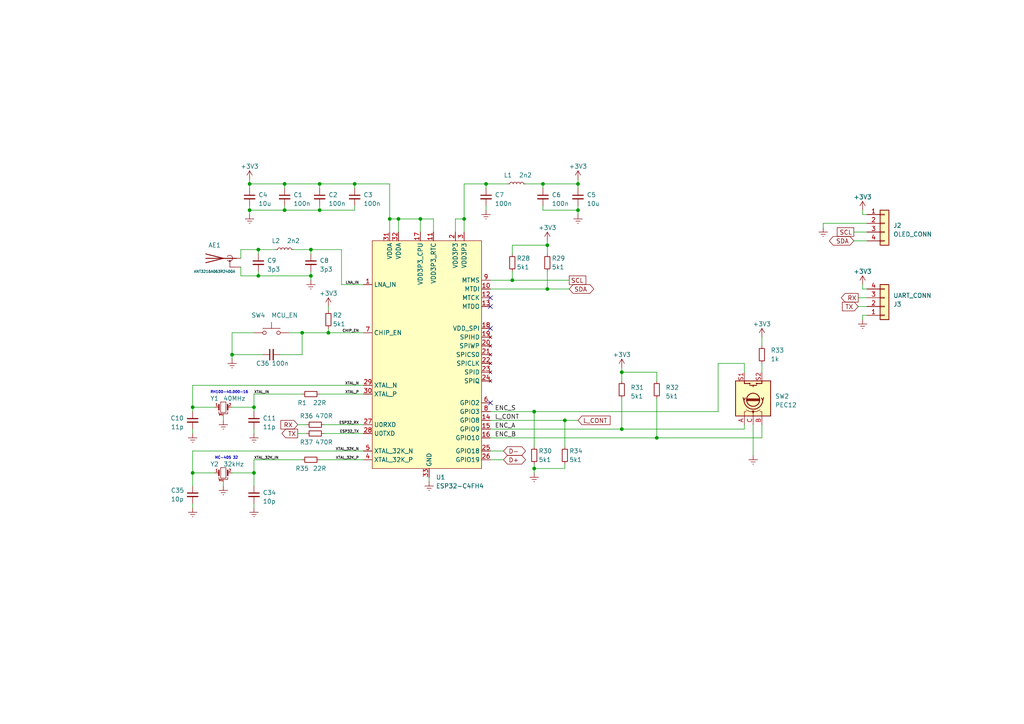
<source format=kicad_sch>
(kicad_sch (version 20230121) (generator eeschema)
  (paper "A4")
  (title_block (title "Aitken - MCU") (date "2023-10-29") (rev "0.1") (company "b1u3-22"))
  (lib_symbols
    (symbol "Connector_Generic:Conn_01x04" (pin_names (offset 1.016) hide)
      (property "Reference" "J" (at 0 5.08 0))
      (property "Value" "Conn_01x04" (at 0 -7.62 0))
      (symbol "Conn_01x04_1_1"
        (rectangle (start -1.27 -4.953) (end 0 -5.207) (stroke (width 0.1524)))
        (rectangle (start -1.27 -2.413) (end 0 -2.667) (stroke (width 0.1524)))
        (rectangle (start -1.27 0.127) (end 0 -0.127) (stroke (width 0.1524)))
        (rectangle (start -1.27 2.667) (end 0 2.413) (stroke (width 0.1524)))
        (rectangle (start -1.27 3.81) (end 1.27 -6.35) (stroke (width 0.254)) (fill (type background)))
        (pin passive line (at -5.08 2.54 0) (length 3.81) (name "Pin_1") (number "1"))
        (pin passive line (at -5.08 0 0) (length 3.81) (name "Pin_2") (number "2"))
        (pin passive line (at -5.08 -2.54 0) (length 3.81) (name "Pin_3") (number "3"))
        (pin passive line (at -5.08 -5.08 0) (length 3.81) (name "Pin_4") (number "4"))
      )
    )
    (symbol "Device:Antenna_Shield" (pin_numbers hide) (pin_names (offset 1.016) hide)
      (property "Reference" "AE" (at -1.905 4.445 0))
      (property "Value" "Antenna_Shield" (at -1.905 2.54 0))
      (symbol "Antenna_Shield_0_1"
        (arc (start -0.508 -1.143) (mid -0.8429 -2.1194) (end 0 -2.667))
        (arc (start 0 -2.667) (mid 0.7989 -2.1052) (end 0.508 -1.143))
        (polyline (pts (xy 0 -2.54) (xy 0 0)))
        (polyline (pts (xy 0 5.08) (xy 0 -3.81)) (stroke (width 0.254)))
        (polyline (pts (xy 0.762 -1.905) (xy 2.54 -1.905)))
        (polyline (pts (xy 2.54 -2.54) (xy 2.54 -1.905)))
        (polyline (pts (xy 1.27 5.08) (xy 0 0) (xy -1.27 5.08)) (stroke (width 0.254)))
        (circle (center 0.762 -1.905) (radius 0.1778) (fill (type outline)))
      )
      (symbol "Antenna_Shield_1_1"
        (pin input line (at 0 -5.08 90) (length 2.54) (name "A") (number "1"))
        (pin input line (at 2.54 -5.08 90) (length 2.54) (name "Shield") (number "2"))
      )
    )
    (symbol "Device:C_Small" (pin_numbers hide) (pin_names (offset 0.254) hide)
      (property "Reference" "C" (at 0.254 1.778 0))
      (property "Value" "C_Small" (at 0.254 -2.032 0))
      (symbol "C_Small_0_1"
        (polyline (pts (xy -1.524 -0.508) (xy 1.524 -0.508)) (stroke (width 0.3302)))
        (polyline (pts (xy -1.524 0.508) (xy 1.524 0.508)) (stroke (width 0.3048)))
      )
      (symbol "C_Small_1_1"
        (pin passive line (at 0 2.54 270) (length 2.032) (name "~") (number "1"))
        (pin passive line (at 0 -2.54 90) (length 2.032) (name "~") (number "2"))
      )
    )
    (symbol "Device:Crystal_GND3_Small" (pin_names (offset 1.016) hide)
      (property "Reference" "Y" (at 0 5.08 0))
      (property "Value" "Crystal_GND3_Small" (at 0 3.175 0))
      (symbol "Crystal_GND3_Small_0_1"
        (rectangle (start -0.762 -1.524) (end 0.762 1.524))
        (polyline (pts (xy -1.27 -0.762) (xy -1.27 0.762)) (stroke (width 0.381)))
        (polyline (pts (xy 1.27 -0.762) (xy 1.27 0.762)) (stroke (width 0.381)))
        (polyline (pts (xy -1.27 -1.27) (xy -1.27 -1.905) (xy 1.27 -1.905) (xy 1.27 -1.27)))
      )
      (symbol "Crystal_GND3_Small_1_1"
        (pin passive line (at -2.54 0 0) (length 1.27) (name "1") (number "1"))
        (pin passive line (at 2.54 0 180) (length 1.27) (name "2") (number "2"))
        (pin passive line (at 0 -2.54 90) (length 0.635) (name "3") (number "3"))
      )
    )
    (symbol "Device:L_Small" (pin_numbers hide) (pin_names (offset 0.254) hide)
      (property "Reference" "L" (at 0.762 1.016 0))
      (property "Value" "L_Small" (at 0.762 -1.016 0))
      (symbol "L_Small_0_1"
        (arc (start 0 -2.032) (mid 0.5058 -1.524) (end 0 -1.016))
        (arc (start 0 -1.016) (mid 0.5058 -0.508) (end 0 0))
        (arc (start 0 0) (mid 0.5058 0.508) (end 0 1.016))
        (arc (start 0 1.016) (mid 0.5058 1.524) (end 0 2.032))
      )
      (symbol "L_Small_1_1"
        (pin passive line (at 0 2.54 270) (length 0.508) (name "~") (number "1"))
        (pin passive line (at 0 -2.54 90) (length 0.508) (name "~") (number "2"))
      )
    )
    (symbol "Device:R_Small" (pin_numbers hide) (pin_names (offset 0.254) hide)
      (property "Reference" "R" (at 0.762 0.508 0))
      (property "Value" "R_Small" (at 0.762 -1.016 0))
      (symbol "R_Small_0_1"
        (rectangle (start -0.762 1.778) (end 0.762 -1.778) (stroke (width 0.2032)))
      )
      (symbol "R_Small_1_1"
        (pin passive line (at 0 2.54 270) (length 0.762) (name "~") (number "1"))
        (pin passive line (at 0 -2.54 90) (length 0.762) (name "~") (number "2"))
      )
    )
    (symbol "Device:RotaryEncoder_Switch" (pin_names (offset 0.254) hide)
      (property "Reference" "SW" (at 0 6.604 0))
      (property "Value" "RotaryEncoder_Switch" (at 0 -6.604 0))
      (symbol "RotaryEncoder_Switch_0_1"
        (rectangle (start -5.08 5.08) (end 5.08 -5.08) (stroke (width 0.254)) (fill (type background)))
        (circle (center -3.81 0) (radius 0.254) (fill (type outline)))
        (circle (center -0.381 0) (radius 1.905) (stroke (width 0.254)))
        (arc (start -0.381 2.667) (mid -3.0988 -0.0635) (end -0.381 -2.794) (stroke (width 0.254)))
        (polyline (pts (xy -0.635 -1.778) (xy -0.635 1.778)) (stroke (width 0.254)))
        (polyline (pts (xy -0.381 -1.778) (xy -0.381 1.778)) (stroke (width 0.254)))
        (polyline (pts (xy -0.127 1.778) (xy -0.127 -1.778)) (stroke (width 0.254)))
        (polyline (pts (xy 3.81 0) (xy 3.429 0)) (stroke (width 0.254)))
        (polyline (pts (xy 3.81 1.016) (xy 3.81 -1.016)) (stroke (width 0.254)))
        (polyline (pts (xy -5.08 -2.54) (xy -3.81 -2.54) (xy -3.81 -2.032)))
        (polyline (pts (xy -5.08 2.54) (xy -3.81 2.54) (xy -3.81 2.032)))
        (polyline (pts (xy 0.254 -3.048) (xy -0.508 -2.794) (xy 0.127 -2.413)) (stroke (width 0.254)))
        (polyline (pts (xy 0.254 2.921) (xy -0.508 2.667) (xy 0.127 2.286)) (stroke (width 0.254)))
        (polyline (pts (xy 5.08 -2.54) (xy 4.318 -2.54) (xy 4.318 -1.016)) (stroke (width 0.254)))
        (polyline (pts (xy 5.08 2.54) (xy 4.318 2.54) (xy 4.318 1.016)) (stroke (width 0.254)))
        (polyline (pts (xy -5.08 0) (xy -3.81 0) (xy -3.81 -1.016) (xy -3.302 -2.032)))
        (polyline (pts (xy -4.318 0) (xy -3.81 0) (xy -3.81 1.016) (xy -3.302 2.032)))
        (circle (center 4.318 -1.016) (radius 0.127) (stroke (width 0.254)))
        (circle (center 4.318 1.016) (radius 0.127) (stroke (width 0.254)))
      )
      (symbol "RotaryEncoder_Switch_1_1"
        (pin passive line (at -7.62 2.54 0) (length 2.54) (name "A") (number "A"))
        (pin passive line (at -7.62 -2.54 0) (length 2.54) (name "B") (number "B"))
        (pin passive line (at -7.62 0 0) (length 2.54) (name "C") (number "C"))
        (pin passive line (at 7.62 2.54 180) (length 2.54) (name "S1") (number "S1"))
        (pin passive line (at 7.62 -2.54 180) (length 2.54) (name "S2") (number "S2"))
      )
    )
    (symbol "MCU_ESP:ESP32-C3FH4"
      (property "Reference" "U" (at 30.48 -27.94 0))
      (property "Value" "ESP32-C4FH4" (at 5.08 -27.94 0))
      (symbol "ESP32-C3FH4_1_1"
        (rectangle (start -1.27 39.37) (end 30.48 -26.67) (fill (type background)))
        (pin passive line (at -3.81 26.67 0) (length 2.54) (name "LNA_IN") (number "1"))
        (pin bidirectional line (at 33.02 25.4 180) (length 2.54) (name "MTDI") (number "10"))
        (pin power_in line (at 16.51 41.91 270) (length 2.54) (name "VDD3P3_RTC") (number "11"))
        (pin bidirectional line (at 33.02 22.86 180) (length 2.54) (name "MTCK") (number "12"))
        (pin bidirectional line (at 33.02 20.32 180) (length 2.54) (name "MTDO") (number "13"))
        (pin bidirectional line (at 33.02 -12.7 180) (length 2.54) (name "GPIO8") (number "14"))
        (pin bidirectional line (at 33.02 -15.24 180) (length 2.54) (name "GPIO9") (number "15"))
        (pin bidirectional line (at 33.02 -17.78 180) (length 2.54) (name "GPIO10") (number "16"))
        (pin power_in line (at 12.7 41.91 270) (length 2.54) (name "VDD3P3_CPU") (number "17"))
        (pin input line (at 33.02 13.97 180) (length 2.54) (name "VDD_SPI") (number "18"))
        (pin no_connect line (at 33.02 11.43 180) (length 2.54) (name "SPIHD") (number "19"))
        (pin power_in line (at 22.86 41.91 270) (length 2.54) (name "VDD3P3") (number "2"))
        (pin no_connect line (at 33.02 8.89 180) (length 2.54) (name "SPIWP") (number "20"))
        (pin no_connect line (at 33.02 6.35 180) (length 2.54) (name "SPICS0") (number "21"))
        (pin no_connect line (at 33.02 3.81 180) (length 2.54) (name "SPICLK") (number "22"))
        (pin no_connect line (at 33.02 1.27 180) (length 2.54) (name "SPID") (number "23"))
        (pin no_connect line (at 33.02 -1.27 180) (length 2.54) (name "SPIQ") (number "24"))
        (pin bidirectional line (at 33.02 -21.59 180) (length 2.54) (name "GPIO18") (number "25"))
        (pin bidirectional line (at 33.02 -24.13 180) (length 2.54) (name "GPIO19") (number "26"))
        (pin bidirectional line (at -3.81 -13.97 0) (length 2.54) (name "U0RXD") (number "27"))
        (pin bidirectional line (at -3.81 -16.51 0) (length 2.54) (name "U0TXD") (number "28"))
        (pin passive line (at -3.81 -2.54 0) (length 2.54) (name "XTAL_N") (number "29"))
        (pin power_in line (at 25.4 41.91 270) (length 2.54) (name "VDD3P3") (number "3"))
        (pin passive line (at -3.81 -5.08 0) (length 2.54) (name "XTAL_P") (number "30"))
        (pin power_in line (at 3.81 41.91 270) (length 2.54) (name "VDDA") (number "31"))
        (pin power_in line (at 6.35 41.91 270) (length 2.54) (name "VDDA") (number "32"))
        (pin passive line (at 15.24 -29.21 90) (length 2.54) (name "GND") (number "33"))
        (pin input line (at -3.81 -24.13 0) (length 2.54) (name "XTAL_32K_P") (number "4"))
        (pin input line (at -3.81 -21.59 0) (length 2.54) (name "XTAL_32K_N") (number "5"))
        (pin bidirectional line (at 33.02 -7.62 180) (length 2.54) (name "GPIO2") (number "6"))
        (pin input line (at -3.81 12.7 0) (length 2.54) (name "CHIP_EN") (number "7"))
        (pin bidirectional line (at 33.02 -10.16 180) (length 2.54) (name "GPIO3") (number "8"))
        (pin bidirectional line (at 33.02 27.94 180) (length 2.54) (name "MTMS") (number "9"))
      )
    )
    (symbol "Switch:SW_Push" (pin_numbers hide) (pin_names (offset 1.016) hide)
      (property "Reference" "SW" (at 1.27 2.54 0))
      (property "Value" "SW_Push" (at 0 -1.524 0))
      (symbol "SW_Push_0_1"
        (circle (center -2.032 0) (radius 0.508))
        (polyline (pts (xy 0 1.27) (xy 0 3.048)))
        (polyline (pts (xy 2.54 1.27) (xy -2.54 1.27)))
        (circle (center 2.032 0) (radius 0.508))
        (pin passive line (at -5.08 0 0) (length 2.54) (name "1") (number "1"))
        (pin passive line (at 5.08 0 180) (length 2.54) (name "2") (number "2"))
      )
    )
    (symbol "power:+3V3" (power) (pin_names (offset 0))
      (property "Value" "+3V3" (at 0 3.556 0))
      (symbol "+3V3_0_1"
        (polyline (pts (xy -0.762 1.27) (xy 0 2.54)))
        (polyline (pts (xy 0 0) (xy 0 2.54)))
        (polyline (pts (xy 0 2.54) (xy 0.762 1.27)))
      )
      (symbol "+3V3_1_1"
        (pin power_in line (at 0 0 90) (length 0) hide (name "+3V3") (number "1"))
      )
    )
    (symbol "power:Earth" (power) (pin_names (offset 0))
      (symbol "Earth_0_1"
        (polyline (pts (xy -0.635 -1.905) (xy 0.635 -1.905)))
        (polyline (pts (xy -0.127 -2.54) (xy 0.127 -2.54)))
        (polyline (pts (xy 0 -1.27) (xy 0 0)))
        (polyline (pts (xy 1.27 -1.27) (xy -1.27 -1.27)))
      )
      (symbol "Earth_1_1"
        (pin power_in line (at 0 0 270) (length 0) hide (name "Earth") (number "1"))
      )
    )
  )
  (junction (at 82.55 60.96))
  (junction (at 148.59 81.28))
  (junction (at 163.83 121.92))
  (junction (at 180.34 124.46))
  (junction (at 67.31 102.87))
  (junction (at 157.48 53.34))
  (junction (at 74.93 72.39))
  (junction (at 92.71 53.34))
  (junction (at 90.17 80.01))
  (junction (at 95.25 96.52))
  (junction (at 115.57 63.5))
  (junction (at 154.94 135.89))
  (junction (at 73.66 118.11))
  (junction (at 121.92 63.5))
  (junction (at 158.75 71.12))
  (junction (at 180.34 107.95))
  (junction (at 72.39 60.96))
  (junction (at 167.64 53.34))
  (junction (at 55.88 118.11))
  (junction (at 90.17 72.39))
  (junction (at 140.97 53.34))
  (junction (at 74.93 80.01))
  (junction (at 55.88 137.16))
  (junction (at 158.75 83.82))
  (junction (at 190.5 127))
  (junction (at 167.64 60.96))
  (junction (at 82.55 53.34))
  (junction (at 72.39 53.34))
  (junction (at 87.63 96.52))
  (junction (at 102.87 53.34))
  (junction (at 113.03 63.5))
  (junction (at 73.66 137.16))
  (junction (at 134.62 63.5))
  (junction (at 92.71 60.96))
  (junction (at 154.94 119.38))
  (no_connect (at 142.24 95.25))
  (no_connect (at 142.24 88.9))
  (no_connect (at 142.24 116.84))
  (no_connect (at 142.24 86.36))
  (wire (pts (xy 134.62 53.34) (xy 134.62 63.5)))
  (wire (pts (xy 82.55 60.96) (xy 92.71 60.96)))
  (wire (pts (xy 190.5 107.95) (xy 190.5 110.49)))
  (wire (pts (xy 95.25 95.25) (xy 95.25 96.52)))
  (wire (pts (xy 154.94 135.89) (xy 154.94 137.16)))
  (wire (pts (xy 67.31 118.11) (xy 73.66 118.11)))
  (wire (pts (xy 180.34 107.95) (xy 180.34 110.49)))
  (wire (pts (xy 55.88 118.11) (xy 55.88 119.38)))
  (wire (pts (xy 142.24 127) (xy 190.5 127)))
  (wire (pts (xy 80.01 72.39) (xy 74.93 72.39)))
  (wire (pts (xy 73.66 118.11) (xy 73.66 114.3)))
  (wire (pts (xy 250.19 91.44) (xy 251.46 91.44)))
  (wire (pts (xy 99.06 82.55) (xy 105.41 82.55)))
  (wire (pts (xy 115.57 63.5) (xy 121.92 63.5)))
  (wire (pts (xy 67.31 102.87) (xy 76.2 102.87)))
  (wire (pts (xy 73.66 146.05) (xy 73.66 147.32)))
  (wire (pts (xy 73.66 118.11) (xy 73.66 119.38)))
  (wire (pts (xy 251.46 83.82) (xy 250.19 83.82)))
  (wire (pts (xy 102.87 53.34) (xy 113.03 53.34)))
  (wire (pts (xy 93.98 123.19) (xy 105.41 123.19)))
  (wire (pts (xy 93.98 125.73) (xy 105.41 125.73)))
  (wire (pts (xy 67.31 96.52) (xy 67.31 102.87)))
  (wire (pts (xy 73.66 137.16) (xy 67.31 137.16)))
  (wire (pts (xy 180.34 107.95) (xy 190.5 107.95)))
  (wire (pts (xy 113.03 63.5) (xy 115.57 63.5)))
  (wire (pts (xy 113.03 63.5) (xy 113.03 67.31)))
  (wire (pts (xy 86.36 125.73) (xy 88.9 125.73)))
  (wire (pts (xy 140.97 60.96) (xy 140.97 59.69)))
  (wire (pts (xy 142.24 119.38) (xy 154.94 119.38)))
  (wire (pts (xy 74.93 80.01) (xy 90.17 80.01)))
  (wire (pts (xy 87.63 96.52) (xy 95.25 96.52)))
  (wire (pts (xy 142.24 83.82) (xy 158.75 83.82)))
  (wire (pts (xy 90.17 80.01) (xy 90.17 81.28)))
  (wire (pts (xy 238.76 64.77) (xy 251.46 64.77)))
  (wire (pts (xy 121.92 63.5) (xy 125.73 63.5)))
  (wire (pts (xy 72.39 53.34) (xy 82.55 53.34)))
  (wire (pts (xy 157.48 53.34) (xy 157.48 54.61)))
  (wire (pts (xy 167.64 53.34) (xy 167.64 54.61)))
  (wire (pts (xy 154.94 134.62) (xy 154.94 135.89)))
  (wire (pts (xy 158.75 69.85) (xy 158.75 71.12)))
  (wire (pts (xy 247.65 67.31) (xy 251.46 67.31)))
  (wire (pts (xy 142.24 121.92) (xy 163.83 121.92)))
  (wire (pts (xy 132.08 63.5) (xy 132.08 67.31)))
  (wire (pts (xy 92.71 59.69) (xy 92.71 60.96)))
  (wire (pts (xy 64.77 120.65) (xy 64.77 121.92)))
  (wire (pts (xy 220.98 97.79) (xy 220.98 100.33)))
  (wire (pts (xy 208.28 105.41) (xy 208.28 119.38)))
  (wire (pts (xy 73.66 133.35) (xy 73.66 137.16)))
  (wire (pts (xy 121.92 63.5) (xy 121.92 67.31)))
  (wire (pts (xy 92.71 114.3) (xy 105.41 114.3)))
  (wire (pts (xy 140.97 53.34) (xy 134.62 53.34)))
  (wire (pts (xy 69.85 77.47) (xy 69.85 80.01)))
  (wire (pts (xy 92.71 53.34) (xy 102.87 53.34)))
  (wire (pts (xy 163.83 135.89) (xy 163.83 134.62)))
  (wire (pts (xy 73.66 133.35) (xy 87.63 133.35)))
  (wire (pts (xy 92.71 133.35) (xy 105.41 133.35)))
  (wire (pts (xy 125.73 63.5) (xy 125.73 67.31)))
  (wire (pts (xy 90.17 72.39) (xy 99.06 72.39)))
  (wire (pts (xy 72.39 60.96) (xy 72.39 62.23)))
  (wire (pts (xy 208.28 105.41) (xy 215.9 105.41)))
  (wire (pts (xy 74.93 72.39) (xy 74.93 73.66)))
  (wire (pts (xy 163.83 121.92) (xy 167.64 121.92)))
  (wire (pts (xy 102.87 53.34) (xy 102.87 54.61)))
  (wire (pts (xy 238.76 66.04) (xy 238.76 64.77)))
  (wire (pts (xy 142.24 81.28) (xy 148.59 81.28)))
  (wire (pts (xy 140.97 54.61) (xy 140.97 53.34)))
  (wire (pts (xy 190.5 115.57) (xy 190.5 127)))
  (wire (pts (xy 251.46 62.23) (xy 250.19 62.23)))
  (wire (pts (xy 248.92 88.9) (xy 251.46 88.9)))
  (wire (pts (xy 220.98 127) (xy 220.98 123.19)))
  (wire (pts (xy 82.55 53.34) (xy 92.71 53.34)))
  (wire (pts (xy 95.25 88.9) (xy 95.25 90.17)))
  (wire (pts (xy 69.85 72.39) (xy 69.85 74.93)))
  (wire (pts (xy 64.77 139.7) (xy 64.77 140.97)))
  (wire (pts (xy 87.63 102.87) (xy 87.63 96.52)))
  (wire (pts (xy 113.03 53.34) (xy 113.03 63.5)))
  (wire (pts (xy 158.75 83.82) (xy 165.1 83.82)))
  (wire (pts (xy 247.65 69.85) (xy 251.46 69.85)))
  (wire (pts (xy 250.19 83.82) (xy 250.19 82.55)))
  (wire (pts (xy 250.19 92.71) (xy 250.19 91.44)))
  (wire (pts (xy 73.66 125.73) (xy 73.66 124.46)))
  (wire (pts (xy 140.97 53.34) (xy 147.32 53.34)))
  (wire (pts (xy 82.55 53.34) (xy 82.55 54.61)))
  (wire (pts (xy 55.88 111.76) (xy 105.41 111.76)))
  (wire (pts (xy 157.48 60.96) (xy 167.64 60.96)))
  (wire (pts (xy 167.64 53.34) (xy 157.48 53.34)))
  (wire (pts (xy 67.31 96.52) (xy 73.66 96.52)))
  (wire (pts (xy 72.39 53.34) (xy 72.39 52.07)))
  (wire (pts (xy 115.57 63.5) (xy 115.57 67.31)))
  (wire (pts (xy 69.85 80.01) (xy 74.93 80.01)))
  (wire (pts (xy 148.59 81.28) (xy 165.1 81.28)))
  (wire (pts (xy 215.9 124.46) (xy 215.9 123.19)))
  (wire (pts (xy 72.39 54.61) (xy 72.39 53.34)))
  (wire (pts (xy 55.88 137.16) (xy 55.88 140.97)))
  (wire (pts (xy 99.06 72.39) (xy 99.06 82.55)))
  (wire (pts (xy 55.88 118.11) (xy 62.23 118.11)))
  (wire (pts (xy 154.94 119.38) (xy 208.28 119.38)))
  (wire (pts (xy 69.85 72.39) (xy 74.93 72.39)))
  (wire (pts (xy 102.87 60.96) (xy 102.87 59.69)))
  (wire (pts (xy 167.64 52.07) (xy 167.64 53.34)))
  (wire (pts (xy 190.5 127) (xy 220.98 127)))
  (wire (pts (xy 55.88 124.46) (xy 55.88 125.73)))
  (wire (pts (xy 67.31 102.87) (xy 67.31 104.14)))
  (wire (pts (xy 180.34 115.57) (xy 180.34 124.46)))
  (wire (pts (xy 90.17 78.74) (xy 90.17 80.01)))
  (wire (pts (xy 158.75 71.12) (xy 148.59 71.12)))
  (wire (pts (xy 74.93 78.74) (xy 74.93 80.01)))
  (wire (pts (xy 92.71 60.96) (xy 102.87 60.96)))
  (wire (pts (xy 55.88 130.81) (xy 105.41 130.81)))
  (wire (pts (xy 142.24 124.46) (xy 180.34 124.46)))
  (wire (pts (xy 72.39 60.96) (xy 82.55 60.96)))
  (wire (pts (xy 55.88 130.81) (xy 55.88 137.16)))
  (wire (pts (xy 180.34 124.46) (xy 215.9 124.46)))
  (wire (pts (xy 73.66 114.3) (xy 87.63 114.3)))
  (wire (pts (xy 146.05 130.81) (xy 142.24 130.81)))
  (wire (pts (xy 82.55 59.69) (xy 82.55 60.96)))
  (wire (pts (xy 124.46 139.7) (xy 124.46 138.43)))
  (wire (pts (xy 83.82 96.52) (xy 87.63 96.52)))
  (wire (pts (xy 134.62 63.5) (xy 134.62 67.31)))
  (wire (pts (xy 95.25 96.52) (xy 105.41 96.52)))
  (wire (pts (xy 248.92 86.36) (xy 251.46 86.36)))
  (wire (pts (xy 163.83 129.54) (xy 163.83 121.92)))
  (wire (pts (xy 148.59 78.74) (xy 148.59 81.28)))
  (wire (pts (xy 146.05 133.35) (xy 142.24 133.35)))
  (wire (pts (xy 180.34 106.68) (xy 180.34 107.95)))
  (wire (pts (xy 90.17 72.39) (xy 90.17 73.66)))
  (wire (pts (xy 215.9 105.41) (xy 215.9 107.95)))
  (wire (pts (xy 158.75 71.12) (xy 158.75 73.66)))
  (wire (pts (xy 157.48 59.69) (xy 157.48 60.96)))
  (wire (pts (xy 220.98 105.41) (xy 220.98 107.95)))
  (wire (pts (xy 148.59 71.12) (xy 148.59 73.66)))
  (wire (pts (xy 92.71 53.34) (xy 92.71 54.61)))
  (wire (pts (xy 154.94 135.89) (xy 163.83 135.89)))
  (wire (pts (xy 158.75 78.74) (xy 158.75 83.82)))
  (wire (pts (xy 86.36 123.19) (xy 88.9 123.19)))
  (wire (pts (xy 250.19 62.23) (xy 250.19 60.96)))
  (wire (pts (xy 81.28 102.87) (xy 87.63 102.87)))
  (wire (pts (xy 134.62 63.5) (xy 132.08 63.5)))
  (wire (pts (xy 218.44 123.19) (xy 218.44 132.08)))
  (wire (pts (xy 55.88 146.05) (xy 55.88 147.32)))
  (wire (pts (xy 85.09 72.39) (xy 90.17 72.39)))
  (wire (pts (xy 72.39 59.69) (xy 72.39 60.96)))
  (wire (pts (xy 55.88 137.16) (xy 62.23 137.16)))
  (wire (pts (xy 167.64 60.96) (xy 167.64 62.23)))
  (wire (pts (xy 154.94 119.38) (xy 154.94 129.54)))
  (wire (pts (xy 167.64 59.69) (xy 167.64 60.96)))
  (wire (pts (xy 55.88 111.76) (xy 55.88 118.11)))
  (wire (pts (xy 152.4 53.34) (xy 157.48 53.34)))
  (wire (pts (xy 73.66 137.16) (xy 73.66 140.97)))
  (text "MC-405 32" (at 62.23 133.35 0) (effects (font (size 0.75 0.75)) (justify left bottom)))
  (text "RH100-40.000-16" (at 60.96 114.3 0) (effects (font (size 0.75 0.75)) (justify left bottom)))
  (label "ENC_A" (at 143.51 124.46 0))
  (label "LNA_IN" (at 104.14 82.55 180) (effects (font (size 0.75 0.75))))
  (label "ENC_S" (at 143.51 119.38 0))
  (label "ENC_B" (at 143.51 127 0))
  (label "XTAL_N" (at 104.14 111.76 180) (effects (font (size 0.75 0.75))))
  (label "CHIP_EN" (at 104.14 96.52 180) (effects (font (size 0.75 0.75))))
  (label "ESP32_TX" (at 104.14 125.73 180) (effects (font (size 0.75 0.75))))
  (label "XTAL_32K_P" (at 104.14 133.35 180) (effects (font (size 0.75 0.75))))
  (label "XTAL_IN" (at 73.66 114.3 0) (effects (font (size 0.75 0.75))))
  (label "XTAL_32K_IN" (at 73.66 133.35 0) (effects (font (size 0.75 0.75))))
  (label "L_CONT" (at 143.51 121.92 0))
  (label "XTAL_P" (at 104.14 114.3 180) (effects (font (size 0.75 0.75))))
  (label "XTAL_32K_N" (at 104.14 130.81 180) (effects (font (size 0.75 0.75))))
  (label "ESP32_RX" (at 104.14 123.19 180) (effects (font (size 0.75 0.75))))
  (global_label "L_CONT" (shape input) (at 167.64 121.92 0) (property "Intersheetrefs" "${INTERSHEET_REFS}" (effects hide)))
  (global_label "SCL" (shape passive) (at 165.1 81.28 0) (property "Intersheetrefs" "${INTERSHEET_REFS}" (effects hide)))
  (global_label "SDA" (shape bidirectional) (at 247.65 69.85 180) (property "Intersheetrefs" "${INTERSHEET_REFS}" (effects hide)))
  (global_label "D+" (shape bidirectional) (at 146.05 133.35 0) (property "Intersheetrefs" "${INTERSHEET_REFS}" (effects hide)))
  (global_label "RX" (shape input) (at 86.36 123.19 180) (property "Intersheetrefs" "${INTERSHEET_REFS}" (effects hide)))
  (global_label "TX" (shape input) (at 248.92 88.9 180) (property "Intersheetrefs" "${INTERSHEET_REFS}" (effects hide)))
  (global_label "SDA" (shape bidirectional) (at 165.1 83.82 0) (property "Intersheetrefs" "${INTERSHEET_REFS}" (effects hide)))
  (global_label "RX" (shape output) (at 248.92 86.36 180) (property "Intersheetrefs" "${INTERSHEET_REFS}" (effects hide)))
  (global_label "SCL" (shape passive) (at 247.65 67.31 180) (property "Intersheetrefs" "${INTERSHEET_REFS}" (effects hide)))
  (global_label "D-" (shape bidirectional) (at 146.05 130.81 0) (property "Intersheetrefs" "${INTERSHEET_REFS}" (effects hide)))
  (global_label "TX" (shape output) (at 86.36 125.73 180) (property "Intersheetrefs" "${INTERSHEET_REFS}" (effects hide)))
  (symbol (lib_id "Device:R_Small") (at 163.83 132.08 0) (unit 1)
    (property "Reference" "R34" (at 165.1 130.81 0) (effects (justify left)))
    (property "Value" "5k1" (at 165.1 133.35 0) (effects (justify left)))
  )
  (symbol (lib_id "Device:R_Small") (at 158.75 76.2 0) (unit 1)
    (property "Reference" "R29" (at 160.02 74.93 0) (effects (justify left)))
    (property "Value" "5k1" (at 160.02 77.47 0) (effects (justify left)))
  )
  (symbol (lib_id "power:+3V3") (at 250.19 60.96 0) (unit 1)
    (property "Reference" "#PWR020" (effects hide))
    (property "Value" "+3V3" (at 250.19 57.15 0))
  )
  (symbol (lib_id "Device:R_Small") (at 91.44 125.73 90) (unit 1)
    (property "Reference" "R37" (at 88.9 128.27 90))
    (property "Value" "470R" (at 93.98 128.27 90))
  )
  (symbol (lib_id "Device:RotaryEncoder_Switch") (at 218.44 115.57 90) (unit 1)
    (property "Reference" "SW2" (at 224.79 114.935 90) (effects (justify right)))
    (property "Value" "PEC12" (at 224.79 117.475 90) (effects (justify right)))
  )
  (symbol (lib_id "Device:R_Small") (at 90.17 133.35 90) (unit 1)
    (property "Reference" "R35" (at 87.63 135.89 90))
    (property "Value" "22R" (at 92.71 135.89 90))
  )
  (symbol (lib_id "Device:R_Small") (at 90.17 114.3 90) (unit 1)
    (property "Reference" "R1" (at 87.63 116.84 90))
    (property "Value" "22R" (at 92.71 116.84 90))
  )
  (symbol (lib_id "Device:C_Small") (at 92.71 57.15 0) (unit 1)
    (property "Reference" "C2" (at 95.25 56.5213 0) (effects (justify left)))
    (property "Value" "100n" (at 95.25 59.0613 0) (effects (justify left)))
  )
  (symbol (lib_id "Device:C_Small") (at 73.66 121.92 0) (unit 1)
    (property "Reference" "C11" (at 76.2 121.2913 0) (effects (justify left)))
    (property "Value" "11p" (at 76.2 123.8313 0) (effects (justify left)))
  )
  (symbol (lib_id "Device:R_Small") (at 154.94 132.08 0) (unit 1)
    (property "Reference" "R30" (at 156.21 130.81 0) (effects (justify left)))
    (property "Value" "5k1" (at 156.21 133.35 0) (effects (justify left)))
  )
  (symbol (lib_id "power:+3V3") (at 167.64 52.07 0) (unit 1)
    (property "Reference" "#PWR04" (effects hide))
    (property "Value" "+3V3" (at 167.64 48.26 0))
  )
  (symbol (lib_id "Device:C_Small") (at 102.87 57.15 0) (unit 1)
    (property "Reference" "C3" (at 105.41 56.5213 0) (effects (justify left)))
    (property "Value" "100n" (at 105.41 59.0613 0) (effects (justify left)))
  )
  (symbol (lib_id "Device:Crystal_GND3_Small") (at 64.77 137.16 0) (unit 1)
    (property "Reference" "Y2" (at 60.96 134.62 0) (effects (justify left)))
    (property "Value" "32kHz" (at 64.77 134.62 0) (effects (justify left)))
  )
  (symbol (lib_id "power:Earth") (at 124.46 139.7 0) (unit 1)
    (property "Reference" "#PWR01" (effects hide))
    (property "Value" "Earth" (effects hide))
  )
  (symbol (lib_id "power:+3V3") (at 158.75 69.85 0) (unit 1)
    (property "Reference" "#PWR057" (effects hide))
    (property "Value" "+3V3" (at 158.75 66.04 0))
  )
  (symbol (lib_id "power:Earth") (at 72.39 62.23 0) (unit 1)
    (property "Reference" "#PWR03" (effects hide))
    (property "Value" "Earth" (effects hide))
  )
  (symbol (lib_id "Device:C_Small") (at 82.55 57.15 0) (unit 1)
    (property "Reference" "C1" (at 85.09 56.5213 0) (effects (justify left)))
    (property "Value" "100n" (at 85.09 59.0613 0) (effects (justify left)))
  )
  (symbol (lib_id "power:Earth") (at 67.31 104.14 0) (unit 1)
    (property "Reference" "#PWR09" (effects hide))
    (property "Value" "Earth" (effects hide))
  )
  (symbol (lib_id "Device:C_Small") (at 73.66 143.51 0) (unit 1)
    (property "Reference" "C34" (at 76.2 142.8813 0) (effects (justify left)))
    (property "Value" "10p" (at 76.2 145.4213 0) (effects (justify left)))
  )
  (symbol (lib_id "Connector_Generic:Conn_01x04") (at 256.54 64.77 0) (unit 1)
    (property "Reference" "J2" (at 259.08 65.405 0) (effects (justify left)))
    (property "Value" "OLED_CONN" (at 259.08 67.945 0) (effects (justify left)))
  )
  (symbol (lib_id "Device:C_Small") (at 74.93 76.2 0) (unit 1)
    (property "Reference" "C9" (at 77.47 75.5713 0) (effects (justify left)))
    (property "Value" "3p3" (at 77.47 78.1113 0) (effects (justify left)))
  )
  (symbol (lib_id "Device:Antenna_Shield") (at 64.77 74.93 90) (mirror x) (unit 1)
    (property "Reference" "AE1" (at 62.23 71.12 90))
    (property "Value" "ANT3216A063R2400A" (at 62.23 78.74 90) (effects (font (size 0.75 0.75))))
  )
  (symbol (lib_id "power:+3V3") (at 250.19 82.55 0) (unit 1)
    (property "Reference" "#PWR064" (effects hide))
    (property "Value" "+3V3" (at 250.19 78.74 0))
  )
  (symbol (lib_id "power:+3V3") (at 180.34 106.68 0) (unit 1)
    (property "Reference" "#PWR059" (effects hide))
    (property "Value" "+3V3" (at 180.34 102.87 0))
  )
  (symbol (lib_id "Device:R_Small") (at 180.34 113.03 0) (unit 1)
    (property "Reference" "R31" (at 182.88 112.395 0) (effects (justify left)))
    (property "Value" "5k1" (at 182.88 114.935 0) (effects (justify left)))
  )
  (symbol (lib_id "power:Earth") (at 55.88 147.32 0) (unit 1)
    (property "Reference" "#PWR066" (effects hide))
    (property "Value" "Earth" (effects hide))
  )
  (symbol (lib_id "MCU_ESP:ESP32-C3FH4") (at 109.22 109.22 0) (unit 1)
    (property "Reference" "U1" (at 126.4159 138.43 0) (effects (justify left)))
    (property "Value" "ESP32-C4FH4" (at 126.4159 140.97 0) (effects (justify left)))
    (property "Footprint" "Package_DFN_QFN:QFN-32-1EP_5x5mm_P0.5mm_EP3.7x3.7mm" (effects hide))
    (property "Datasheet" "https://www.espressif.com/sites/default/files/documentation/esp32-c3_datasheet_en.pdf" (effects hide))
  )
  (symbol (lib_id "power:Earth") (at 167.64 62.23 0) (unit 1)
    (property "Reference" "#PWR05" (effects hide))
    (property "Value" "Earth" (effects hide))
  )
  (symbol (lib_id "Device:C_Small") (at 72.39 57.15 0) (unit 1)
    (property "Reference" "C4" (at 74.93 56.5213 0) (effects (justify left)))
    (property "Value" "10u" (at 74.93 59.0613 0) (effects (justify left)))
  )
  (symbol (lib_id "Device:C_Small") (at 78.74 102.87 90) (unit 1)
    (property "Reference" "C36" (at 76.2 105.41 90))
    (property "Value" "100n" (at 81.28 105.41 90))
  )
  (symbol (lib_id "Device:C_Small") (at 140.97 57.15 0) (unit 1)
    (property "Reference" "C7" (at 143.51 56.5213 0) (effects (justify left)))
    (property "Value" "100n" (at 143.51 59.0613 0) (effects (justify left)))
  )
  (symbol (lib_id "Device:C_Small") (at 90.17 76.2 0) (unit 1)
    (property "Reference" "C8" (at 92.71 75.5713 0) (effects (justify left)))
    (property "Value" "3p3" (at 92.71 78.1113 0) (effects (justify left)))
  )
  (symbol (lib_id "Device:Crystal_GND3_Small") (at 64.77 118.11 0) (unit 1)
    (property "Reference" "Y1" (at 60.96 115.57 0) (effects (justify left)))
    (property "Value" "40MHz" (at 64.77 115.57 0) (effects (justify left)))
  )
  (symbol (lib_id "power:Earth") (at 218.44 132.08 0) (unit 1)
    (property "Reference" "#PWR056" (effects hide))
    (property "Value" "Earth" (effects hide))
  )
  (symbol (lib_id "Device:R_Small") (at 95.25 92.71 0) (mirror x) (unit 1)
    (property "Reference" "R2" (at 96.52 91.44 0) (effects (justify left)))
    (property "Value" "5k1" (at 96.52 93.98 0) (effects (justify left)))
  )
  (symbol (lib_id "Device:L_Small") (at 82.55 72.39 90) (unit 1)
    (property "Reference" "L2" (at 80.01 69.85 90))
    (property "Value" "2n2" (at 85.09 69.85 90))
  )
  (symbol (lib_id "Device:C_Small") (at 55.88 143.51 0) (unit 1)
    (property "Reference" "C35" (at 49.53 142.24 0) (effects (justify left)))
    (property "Value" "10p" (at 49.53 144.78 0) (effects (justify left)))
  )
  (symbol (lib_id "power:Earth") (at 64.77 121.92 0) (unit 1)
    (property "Reference" "#PWR069" (effects hide))
    (property "Value" "Earth" (effects hide))
  )
  (symbol (lib_id "Device:C_Small") (at 167.64 57.15 0) (unit 1)
    (property "Reference" "C5" (at 170.18 56.5213 0) (effects (justify left)))
    (property "Value" "10u" (at 170.18 59.0613 0) (effects (justify left)))
  )
  (symbol (lib_id "power:Earth") (at 140.97 60.96 0) (unit 1)
    (property "Reference" "#PWR06" (effects hide))
    (property "Value" "Earth" (effects hide))
  )
  (symbol (lib_id "Device:R_Small") (at 220.98 102.87 0) (unit 1)
    (property "Reference" "R33" (at 223.52 101.6 0) (effects (justify left)))
    (property "Value" "1k" (at 223.52 104.14 0) (effects (justify left)))
  )
  (symbol (lib_id "power:Earth") (at 90.17 81.28 0) (unit 1)
    (property "Reference" "#PWR07" (effects hide))
    (property "Value" "Earth" (effects hide))
  )
  (symbol (lib_id "power:+3V3") (at 95.25 88.9 0) (unit 1)
    (property "Reference" "#PWR070" (effects hide))
    (property "Value" "+3V3" (at 95.25 85.09 0))
  )
  (symbol (lib_id "power:Earth") (at 73.66 147.32 0) (unit 1)
    (property "Reference" "#PWR067" (effects hide))
    (property "Value" "Earth" (effects hide))
  )
  (symbol (lib_id "power:+3V3") (at 220.98 97.79 0) (unit 1)
    (property "Reference" "#PWR060" (effects hide))
    (property "Value" "+3V3" (at 220.98 93.98 0))
  )
  (symbol (lib_id "power:Earth") (at 238.76 66.04 0) (unit 1)
    (property "Reference" "#PWR061" (effects hide))
    (property "Value" "Earth" (effects hide))
  )
  (symbol (lib_id "Connector_Generic:Conn_01x04") (at 256.54 88.9 0) (mirror x) (unit 1)
    (property "Reference" "J3" (at 259.08 88.265 0) (effects (justify left)))
    (property "Value" "UART_CONN" (at 259.08 85.725 0) (effects (justify left)))
  )
  (symbol (lib_id "Device:C_Small") (at 55.88 121.92 0) (mirror y) (unit 1)
    (property "Reference" "C10" (at 53.34 121.2913 0) (effects (justify left)))
    (property "Value" "11p" (at 53.34 123.8313 0) (effects (justify left)))
  )
  (symbol (lib_id "power:Earth") (at 64.77 140.97 0) (unit 1)
    (property "Reference" "#PWR065" (effects hide))
    (property "Value" "Earth" (effects hide))
  )
  (symbol (lib_id "Device:L_Small") (at 149.86 53.34 90) (unit 1)
    (property "Reference" "L1" (at 147.32 50.8 90))
    (property "Value" "2n2" (at 152.4 50.8 90))
  )
  (symbol (lib_id "Device:R_Small") (at 91.44 123.19 90) (mirror x) (unit 1)
    (property "Reference" "R36" (at 88.9 120.65 90))
    (property "Value" "470R" (at 93.98 120.65 90))
  )
  (symbol (lib_id "Device:R_Small") (at 148.59 76.2 0) (unit 1)
    (property "Reference" "R28" (at 149.86 74.93 0) (effects (justify left)))
    (property "Value" "5k1" (at 149.86 77.47 0) (effects (justify left)))
  )
  (symbol (lib_id "power:Earth") (at 154.94 137.16 0) (unit 1)
    (property "Reference" "#PWR058" (effects hide))
    (property "Value" "Earth" (effects hide))
  )
  (symbol (lib_id "Device:C_Small") (at 157.48 57.15 0) (unit 1)
    (property "Reference" "C6" (at 160.02 56.5213 0) (effects (justify left)))
    (property "Value" "100n" (at 160.02 59.0613 0) (effects (justify left)))
  )
  (symbol (lib_id "Switch:SW_Push") (at 78.74 96.52 0) (unit 1)
    (property "Reference" "SW4" (at 74.93 91.44 0))
    (property "Value" "MCU_EN" (at 82.55 91.44 0))
  )
  (symbol (lib_id "power:Earth") (at 250.19 92.71 0) (unit 1)
    (property "Reference" "#PWR063" (effects hide))
    (property "Value" "Earth" (effects hide))
  )
  (symbol (lib_id "power:Earth") (at 73.66 125.73 0) (unit 1)
    (property "Reference" "#PWR068" (effects hide))
    (property "Value" "Earth" (effects hide))
  )
  (symbol (lib_id "power:Earth") (at 55.88 125.73 0) (unit 1)
    (property "Reference" "#PWR08" (effects hide))
    (property "Value" "Earth" (effects hide))
  )
  (symbol (lib_id "power:+3V3") (at 72.39 52.07 0) (unit 1)
    (property "Reference" "#PWR02" (effects hide))
    (property "Value" "+3V3" (at 72.39 48.26 0))
  )
  (symbol (lib_id "Device:R_Small") (at 190.5 113.03 0) (unit 1)
    (property "Reference" "R32" (at 193.04 112.395 0) (effects (justify left)))
    (property "Value" "5k1" (at 193.04 114.935 0) (effects (justify left)))
  )
)
</source>
